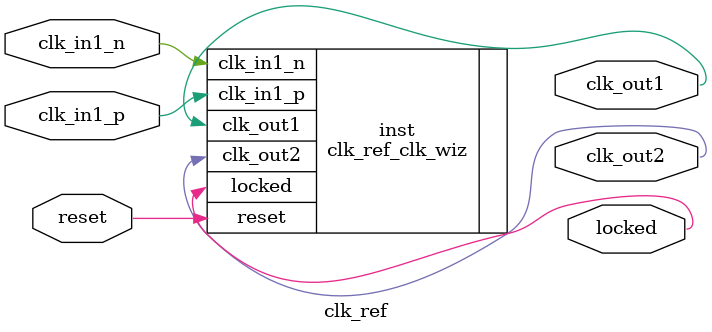
<source format=v>


`timescale 1ps/1ps

(* CORE_GENERATION_INFO = "clk_ref,clk_wiz_v6_0_3_0_0,{component_name=clk_ref,use_phase_alignment=true,use_min_o_jitter=false,use_max_i_jitter=false,use_dyn_phase_shift=false,use_inclk_switchover=false,use_dyn_reconfig=false,enable_axi=0,feedback_source=FDBK_AUTO,PRIMITIVE=MMCM,num_out_clk=2,clkin1_period=5.000,clkin2_period=10.0,use_power_down=false,use_reset=true,use_locked=true,use_inclk_stopped=false,feedback_type=SINGLE,CLOCK_MGR_TYPE=NA,manual_override=false}" *)

module clk_ref 
 (
  // Clock out ports
  output        clk_out1,
  output        clk_out2,
  // Status and control signals
  input         reset,
  output        locked,
 // Clock in ports
  input         clk_in1_p,
  input         clk_in1_n
 );

  clk_ref_clk_wiz inst
  (
  // Clock out ports  
  .clk_out1(clk_out1),
  .clk_out2(clk_out2),
  // Status and control signals               
  .reset(reset), 
  .locked(locked),
 // Clock in ports
  .clk_in1_p(clk_in1_p),
  .clk_in1_n(clk_in1_n)
  );

endmodule

</source>
